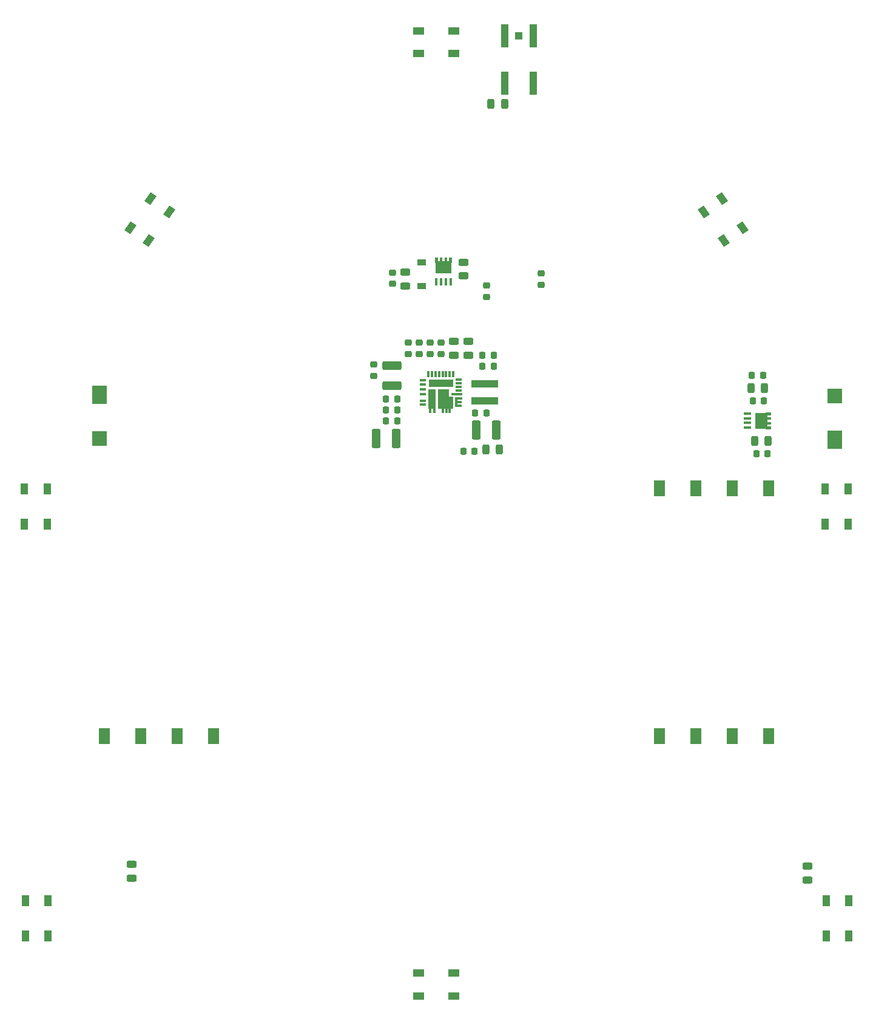
<source format=gtp>
G04 #@! TF.GenerationSoftware,KiCad,Pcbnew,6.0.2-378541a8eb~116~ubuntu20.04.1*
G04 #@! TF.CreationDate,2022-02-16T23:09:59+01:00*
G04 #@! TF.ProjectId,Main_Board,4d61696e-5f42-46f6-9172-642e6b696361,rev?*
G04 #@! TF.SameCoordinates,Original*
G04 #@! TF.FileFunction,Paste,Top*
G04 #@! TF.FilePolarity,Positive*
%FSLAX46Y46*%
G04 Gerber Fmt 4.6, Leading zero omitted, Abs format (unit mm)*
G04 Created by KiCad (PCBNEW 6.0.2-378541a8eb~116~ubuntu20.04.1) date 2022-02-16 23:09:59*
%MOMM*%
%LPD*%
G01*
G04 APERTURE LIST*
G04 Aperture macros list*
%AMRoundRect*
0 Rectangle with rounded corners*
0 $1 Rounding radius*
0 $2 $3 $4 $5 $6 $7 $8 $9 X,Y pos of 4 corners*
0 Add a 4 corners polygon primitive as box body*
4,1,4,$2,$3,$4,$5,$6,$7,$8,$9,$2,$3,0*
0 Add four circle primitives for the rounded corners*
1,1,$1+$1,$2,$3*
1,1,$1+$1,$4,$5*
1,1,$1+$1,$6,$7*
1,1,$1+$1,$8,$9*
0 Add four rect primitives between the rounded corners*
20,1,$1+$1,$2,$3,$4,$5,0*
20,1,$1+$1,$4,$5,$6,$7,0*
20,1,$1+$1,$6,$7,$8,$9,0*
20,1,$1+$1,$8,$9,$2,$3,0*%
%AMRotRect*
0 Rectangle, with rotation*
0 The origin of the aperture is its center*
0 $1 length*
0 $2 width*
0 $3 Rotation angle, in degrees counterclockwise*
0 Add horizontal line*
21,1,$1,$2,0,0,$3*%
%AMFreePoly0*
4,1,21,1.372500,0.787500,0.862500,0.787500,0.862500,0.532500,1.372500,0.532500,1.372500,0.127500,0.862500,0.127500,0.862500,-0.127500,1.372500,-0.127500,1.372500,-0.532500,0.862500,-0.532500,0.862500,-0.787500,1.372500,-0.787500,1.372500,-1.195000,0.612500,-1.195000,0.612500,-1.117500,-0.862500,-1.117500,-0.862500,1.117500,0.612500,1.117500,0.612500,1.195000,1.372500,1.195000,
1.372500,0.787500,1.372500,0.787500,$1*%
%AMFreePoly1*
4,1,7,0.150000,-0.475000,-0.150000,-0.475000,-0.150000,0.130000,-1.150000,0.130000,-1.150000,0.480000,0.150000,0.480000,0.150000,-0.475000,0.150000,-0.475000,$1*%
%AMFreePoly2*
4,1,7,1.220000,-0.670000,1.800000,-0.670000,1.800000,-2.400000,-0.300000,-2.400000,-0.300000,0.300000,1.220000,0.300000,1.220000,-0.670000,1.220000,-0.670000,$1*%
G04 Aperture macros list end*
%ADD10RoundRect,0.243750X-0.243750X-0.456250X0.243750X-0.456250X0.243750X0.456250X-0.243750X0.456250X0*%
%ADD11RoundRect,0.243750X-0.456250X0.243750X-0.456250X-0.243750X0.456250X-0.243750X0.456250X0.243750X0*%
%ADD12R,1.000000X1.500000*%
%ADD13RoundRect,0.218750X-0.256250X0.218750X-0.256250X-0.218750X0.256250X-0.218750X0.256250X0.218750X0*%
%ADD14RoundRect,0.218750X0.218750X0.256250X-0.218750X0.256250X-0.218750X-0.256250X0.218750X-0.256250X0*%
%ADD15RotRect,1.500000X1.000000X235.000000*%
%ADD16RotRect,1.500000X1.000000X125.000000*%
%ADD17R,1.500000X1.000000*%
%ADD18R,1.500000X2.200000*%
%ADD19R,1.200000X0.900000*%
%ADD20R,0.405000X0.990000*%
%ADD21FreePoly0,90.000000*%
%ADD22RoundRect,0.243750X0.456250X-0.243750X0.456250X0.243750X-0.456250X0.243750X-0.456250X-0.243750X0*%
%ADD23RoundRect,0.218750X0.256250X-0.218750X0.256250X0.218750X-0.256250X0.218750X-0.256250X-0.218750X0*%
%ADD24R,0.990000X0.405000*%
%ADD25FreePoly0,0.000000*%
%ADD26RoundRect,0.218750X-0.218750X-0.256250X0.218750X-0.256250X0.218750X0.256250X-0.218750X0.256250X0*%
%ADD27RoundRect,0.250000X0.375000X1.075000X-0.375000X1.075000X-0.375000X-1.075000X0.375000X-1.075000X0*%
%ADD28RoundRect,0.250000X-0.375000X-1.075000X0.375000X-1.075000X0.375000X1.075000X-0.375000X1.075000X0*%
%ADD29RoundRect,0.250000X-1.075000X0.375000X-1.075000X-0.375000X1.075000X-0.375000X1.075000X0.375000X0*%
%ADD30R,3.800000X1.000000*%
%ADD31RoundRect,0.243750X0.243750X0.456250X-0.243750X0.456250X-0.243750X-0.456250X0.243750X-0.456250X0*%
%ADD32R,0.950000X0.300000*%
%ADD33R,0.300000X0.950000*%
%ADD34FreePoly1,90.000000*%
%ADD35R,1.600000X0.300000*%
%ADD36R,3.400000X1.100000*%
%ADD37R,1.100000X2.700000*%
%ADD38FreePoly2,0.000000*%
%ADD39R,1.000000X3.200000*%
%ADD40R,1.000000X1.000000*%
%ADD41R,2.000000X2.000000*%
%ADD42R,2.000000X2.500000*%
G04 APERTURE END LIST*
D10*
X156875000Y-32766000D03*
X158750000Y-32766000D03*
D11*
X201041000Y-139016500D03*
X201041000Y-140891500D03*
D12*
X203505000Y-91350000D03*
X206705000Y-91350000D03*
X206705000Y-86450000D03*
X203505000Y-86450000D03*
X94945000Y-86450000D03*
X91745000Y-86450000D03*
X91745000Y-91350000D03*
X94945000Y-91350000D03*
X95072000Y-143854000D03*
X91872000Y-143854000D03*
X91872000Y-148754000D03*
X95072000Y-148754000D03*
X203632000Y-148754000D03*
X206832000Y-148754000D03*
X206832000Y-143854000D03*
X203632000Y-143854000D03*
D13*
X163830000Y-56362500D03*
X163830000Y-57937500D03*
D14*
X143789500Y-73914000D03*
X142214500Y-73914000D03*
D15*
X111935906Y-47805800D03*
X109314619Y-45970355D03*
X106504094Y-49984200D03*
X109125381Y-51819645D03*
D16*
X189324619Y-51819645D03*
X191945906Y-49984200D03*
X189135381Y-45970355D03*
X186514094Y-47805800D03*
D17*
X151675000Y-25730000D03*
X151675000Y-22530000D03*
X146775000Y-22530000D03*
X146775000Y-25730000D03*
D18*
X180340000Y-120904000D03*
X185420000Y-120904000D03*
X190500000Y-120904000D03*
X195580000Y-120904000D03*
X180340000Y-86360000D03*
X185420000Y-86360000D03*
X190500000Y-86360000D03*
X195580000Y-86360000D03*
D19*
X147193000Y-58165000D03*
X147193000Y-54865000D03*
D20*
X151231000Y-57496000D03*
D21*
X150241000Y-55503500D03*
D20*
X149251000Y-57496000D03*
X149911000Y-57496000D03*
X150571000Y-57496000D03*
D22*
X153035000Y-56690500D03*
X153035000Y-54815500D03*
D13*
X156210000Y-58039000D03*
X156210000Y-59614000D03*
D22*
X144907000Y-58087500D03*
X144907000Y-56212500D03*
D23*
X143129000Y-57810500D03*
X143129000Y-56235500D03*
D17*
X146775000Y-153900000D03*
X146775000Y-157100000D03*
X151675000Y-157100000D03*
X151675000Y-153900000D03*
D10*
X193118500Y-72390000D03*
X194993500Y-72390000D03*
D24*
X192621000Y-77876000D03*
D25*
X194613500Y-76886000D03*
D24*
X192621000Y-75896000D03*
X192621000Y-76556000D03*
X192621000Y-77216000D03*
D10*
X193626500Y-79756000D03*
X195501500Y-79756000D03*
D14*
X195478500Y-81534000D03*
X193903500Y-81534000D03*
X194843500Y-70612000D03*
X193268500Y-70612000D03*
D26*
X154660500Y-75819000D03*
X156235500Y-75819000D03*
D27*
X143640000Y-79375000D03*
X140840000Y-79375000D03*
D28*
X154810000Y-78232000D03*
X157610000Y-78232000D03*
D13*
X146812000Y-66014500D03*
X146812000Y-67589500D03*
D14*
X143789500Y-75438000D03*
X142214500Y-75438000D03*
D26*
X155676500Y-69342000D03*
X157251500Y-69342000D03*
D13*
X140462000Y-69062500D03*
X140462000Y-70637500D03*
D29*
X143002000Y-69212000D03*
X143002000Y-72012000D03*
D30*
X155956000Y-71755000D03*
X155956000Y-74155000D03*
D23*
X148336000Y-67589500D03*
X148336000Y-66014500D03*
D31*
X158036500Y-80899000D03*
X156161500Y-80899000D03*
D11*
X153670000Y-65864500D03*
X153670000Y-67739500D03*
D32*
X147337000Y-71213000D03*
X147337000Y-71863000D03*
X147337000Y-72513000D03*
X147337000Y-73163000D03*
X147337000Y-74163000D03*
X147337000Y-74663000D03*
D33*
X148342000Y-75438000D03*
X148992000Y-75438000D03*
X150122000Y-75438000D03*
X150622000Y-75438000D03*
X151122000Y-75438000D03*
D32*
X152387000Y-74813000D03*
X152387000Y-74313000D03*
D34*
X152387000Y-73813000D03*
D35*
X152062000Y-73163000D03*
D32*
X152387000Y-72663000D03*
X152387000Y-72163000D03*
X152387000Y-71663000D03*
X152387000Y-71163000D03*
D33*
X151612000Y-70388000D03*
X151112000Y-70388000D03*
X150612000Y-70388000D03*
X150112000Y-70388000D03*
X149612000Y-70388000D03*
X149112000Y-70388000D03*
X148612000Y-70388000D03*
X148112000Y-70388000D03*
D36*
X149862000Y-71713000D03*
D37*
X148662000Y-73913000D03*
D38*
X149812000Y-72863000D03*
D11*
X151638000Y-65864500D03*
X151638000Y-67739500D03*
D14*
X143789500Y-76962000D03*
X142214500Y-76962000D03*
D13*
X145288000Y-66014500D03*
X145288000Y-67589500D03*
X149860000Y-66014500D03*
X149860000Y-67589500D03*
D26*
X153009500Y-81153000D03*
X154584500Y-81153000D03*
D18*
X102870000Y-120904000D03*
X107950000Y-120904000D03*
X113030000Y-120904000D03*
X118110000Y-120904000D03*
D39*
X158750000Y-29845000D03*
X158750000Y-23245000D03*
X162750000Y-23241000D03*
X162750000Y-29845000D03*
D40*
X160750000Y-23241000D03*
D14*
X157251500Y-67818000D03*
X155676500Y-67818000D03*
D26*
X193395500Y-74168000D03*
X194970500Y-74168000D03*
D22*
X106680000Y-140637500D03*
X106680000Y-138762500D03*
D41*
X204851000Y-73482200D03*
D42*
X204851000Y-79578200D03*
D41*
X102235000Y-79376000D03*
D42*
X102235000Y-73280000D03*
M02*

</source>
